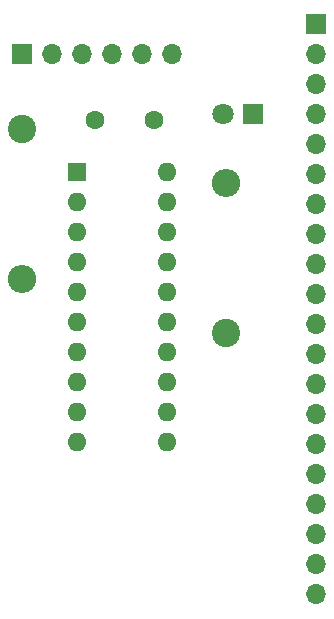
<source format=gbr>
%TF.GenerationSoftware,KiCad,Pcbnew,8.0.1*%
%TF.CreationDate,2024-05-12T15:38:33-03:00*%
%TF.ProjectId,PIC16F687-690_dev_board,50494331-3646-4363-9837-2d3639305f64,rev?*%
%TF.SameCoordinates,Original*%
%TF.FileFunction,Soldermask,Top*%
%TF.FilePolarity,Negative*%
%FSLAX46Y46*%
G04 Gerber Fmt 4.6, Leading zero omitted, Abs format (unit mm)*
G04 Created by KiCad (PCBNEW 8.0.1) date 2024-05-12 15:38:33*
%MOMM*%
%LPD*%
G01*
G04 APERTURE LIST*
%ADD10C,2.400000*%
%ADD11O,2.400000X2.400000*%
%ADD12R,1.700000X1.700000*%
%ADD13O,1.700000X1.700000*%
%ADD14R,1.800000X1.800000*%
%ADD15C,1.800000*%
%ADD16C,1.600000*%
%ADD17R,1.600000X1.600000*%
%ADD18O,1.600000X1.600000*%
G04 APERTURE END LIST*
D10*
%TO.C,R1*%
X122936000Y-70358000D03*
D11*
X122936000Y-83058000D03*
%TD*%
D10*
%TO.C,R2*%
X140208000Y-87630000D03*
D11*
X140208000Y-74930000D03*
%TD*%
D12*
%TO.C,J2*%
X147828000Y-61468000D03*
D13*
X147828000Y-64008000D03*
X147828000Y-66548000D03*
X147828000Y-69088000D03*
X147828000Y-71628000D03*
X147828000Y-74168000D03*
X147828000Y-76708000D03*
X147828000Y-79248000D03*
X147828000Y-81788000D03*
X147828000Y-84328000D03*
X147828000Y-86868000D03*
X147828000Y-89408000D03*
X147828000Y-91948000D03*
X147828000Y-94488000D03*
X147828000Y-97028000D03*
X147828000Y-99568000D03*
X147828000Y-102108000D03*
X147828000Y-104648000D03*
X147828000Y-107188000D03*
X147828000Y-109728000D03*
%TD*%
D14*
%TO.C,D1*%
X142499000Y-69088000D03*
D15*
X139959000Y-69088000D03*
%TD*%
D12*
%TO.C,J1*%
X122936000Y-64008000D03*
D13*
X125476000Y-64008000D03*
X128016000Y-64008000D03*
X130556000Y-64008000D03*
X133096000Y-64008000D03*
X135636000Y-64008000D03*
%TD*%
D16*
%TO.C,C1*%
X129072000Y-69596000D03*
X134072000Y-69596000D03*
%TD*%
D17*
%TO.C,U1*%
X127600000Y-74000000D03*
D18*
X127600000Y-76540000D03*
X127600000Y-79080000D03*
X127600000Y-81620000D03*
X127600000Y-84160000D03*
X127600000Y-86700000D03*
X127600000Y-89240000D03*
X127600000Y-91780000D03*
X127600000Y-94320000D03*
X127600000Y-96860000D03*
X135220000Y-96860000D03*
X135220000Y-94320000D03*
X135220000Y-91780000D03*
X135220000Y-89240000D03*
X135220000Y-86700000D03*
X135220000Y-84160000D03*
X135220000Y-81620000D03*
X135220000Y-79080000D03*
X135220000Y-76540000D03*
X135220000Y-74000000D03*
%TD*%
M02*

</source>
